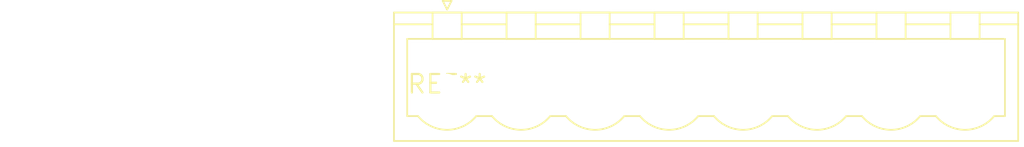
<source format=kicad_pcb>
(kicad_pcb (version 20240108) (generator pcbnew)
  (layers (0 "F.Cu" signal) (31 "B.Cu" signal) (34 "B.Paste" user) (35 "F.Paste" user) (36 "B.SilkS" user "B.Silkscreen") (37 "F.SilkS" user "F.Silkscreen") (38 "B.Mask" user) (39 "F.Mask" user) (44 "Edge.Cuts" user))
  (net 0 "")
  (footprint "PhoenixContact_MSTBVA_2,5_8-G-5,08_1x08_P5.08mm_Vertical" (layer "F.Cu") (at 0 0)
    (property "Reference" "REF**")
    (property "Value" "PhoenixContact_MSTBVA_2,5_8-G-5,08_1x08_P5.08mm_Vertical")
    (fp_line (start -3.65 -4.91) (end -3.65 3.91) (layer "F.SilkS") (stroke (width 0.12)))
    (fp_line (start -3.65 -4.1) (end -1.11 -4.1) (layer "F.SilkS") (stroke (width 0.12)))
    (fp_line (start -3.65 3.91) (end 39.21 3.91) (layer "F.SilkS") (stroke (width 0.12)))
    (fp_line (start -2.74 -3.1) (end 38.3 -3.1) (layer "F.SilkS") (stroke (width 0.12)))
    (fp_line (start -2.74 2.2) (end -2.74 -3.1) (layer "F.SilkS") (stroke (width 0.12)))
    (fp_line (start -2 2.2) (end -2.74 2.2) (layer "F.SilkS") (stroke (width 0.12)))
    (fp_line (start -1 -4.91) (end 1 -4.91) (layer "F.SilkS") (stroke (width 0.12)))
    (fp_line (start -1 -3.1) (end -1 -4.91) (layer "F.SilkS") (stroke (width 0.12)))
    (fp_line (start -0.3 -5.71) (end 0.3 -5.71) (layer "F.SilkS") (stroke (width 0.12)))
    (fp_line (start 0 -5.11) (end -0.3 -5.71) (layer "F.SilkS") (stroke (width 0.12)))
    (fp_line (start 0.3 -5.71) (end 0 -5.11) (layer "F.SilkS") (stroke (width 0.12)))
    (fp_line (start 1 -4.91) (end 1 -3.1) (layer "F.SilkS") (stroke (width 0.12)))
    (fp_line (start 1 -4.1) (end 4.08 -4.1) (layer "F.SilkS") (stroke (width 0.12)))
    (fp_line (start 1 -3.1) (end -1 -3.1) (layer "F.SilkS") (stroke (width 0.12)))
    (fp_line (start 2 2.2) (end 3.08 2.2) (layer "F.SilkS") (stroke (width 0.12)))
    (fp_line (start 4.08 -4.91) (end 6.08 -4.91) (layer "F.SilkS") (stroke (width 0.12)))
    (fp_line (start 4.08 -3.1) (end 4.08 -4.91) (layer "F.SilkS") (stroke (width 0.12)))
    (fp_line (start 6.08 -4.91) (end 6.08 -3.1) (layer "F.SilkS") (stroke (width 0.12)))
    (fp_line (start 6.08 -4.1) (end 9.16 -4.1) (layer "F.SilkS") (stroke (width 0.12)))
    (fp_line (start 6.08 -3.1) (end 4.08 -3.1) (layer "F.SilkS") (stroke (width 0.12)))
    (fp_line (start 7.08 2.2) (end 8.16 2.2) (layer "F.SilkS") (stroke (width 0.12)))
    (fp_line (start 9.16 -4.91) (end 11.16 -4.91) (layer "F.SilkS") (stroke (width 0.12)))
    (fp_line (start 9.16 -3.1) (end 9.16 -4.91) (layer "F.SilkS") (stroke (width 0.12)))
    (fp_line (start 11.16 -4.91) (end 11.16 -3.1) (layer "F.SilkS") (stroke (width 0.12)))
    (fp_line (start 11.16 -4.1) (end 14.24 -4.1) (layer "F.SilkS") (stroke (width 0.12)))
    (fp_line (start 11.16 -3.1) (end 9.16 -3.1) (layer "F.SilkS") (stroke (width 0.12)))
    (fp_line (start 12.16 2.2) (end 13.24 2.2) (layer "F.SilkS") (stroke (width 0.12)))
    (fp_line (start 14.24 -4.91) (end 16.24 -4.91) (layer "F.SilkS") (stroke (width 0.12)))
    (fp_line (start 14.24 -3.1) (end 14.24 -4.91) (layer "F.SilkS") (stroke (width 0.12)))
    (fp_line (start 16.24 -4.91) (end 16.24 -3.1) (layer "F.SilkS") (stroke (width 0.12)))
    (fp_line (start 16.24 -4.1) (end 19.32 -4.1) (layer "F.SilkS") (stroke (width 0.12)))
    (fp_line (start 16.24 -3.1) (end 14.24 -3.1) (layer "F.SilkS") (stroke (width 0.12)))
    (fp_line (start 17.24 2.2) (end 18.32 2.2) (layer "F.SilkS") (stroke (width 0.12)))
    (fp_line (start 19.32 -4.91) (end 21.32 -4.91) (layer "F.SilkS") (stroke (width 0.12)))
    (fp_line (start 19.32 -3.1) (end 19.32 -4.91) (layer "F.SilkS") (stroke (width 0.12)))
    (fp_line (start 21.32 -4.91) (end 21.32 -3.1) (layer "F.SilkS") (stroke (width 0.12)))
    (fp_line (start 21.32 -4.1) (end 24.4 -4.1) (layer "F.SilkS") (stroke (width 0.12)))
    (fp_line (start 21.32 -3.1) (end 19.32 -3.1) (layer "F.SilkS") (stroke (width 0.12)))
    (fp_line (start 22.32 2.2) (end 23.4 2.2) (layer "F.SilkS") (stroke (width 0.12)))
    (fp_line (start 24.4 -4.91) (end 26.4 -4.91) (layer "F.SilkS") (stroke (width 0.12)))
    (fp_line (start 24.4 -3.1) (end 24.4 -4.91) (layer "F.SilkS") (stroke (width 0.12)))
    (fp_line (start 26.4 -4.91) (end 26.4 -3.1) (layer "F.SilkS") (stroke (width 0.12)))
    (fp_line (start 26.4 -4.1) (end 29.48 -4.1) (layer "F.SilkS") (stroke (width 0.12)))
    (fp_line (start 26.4 -3.1) (end 24.4 -3.1) (layer "F.SilkS") (stroke (width 0.12)))
    (fp_line (start 27.4 2.2) (end 28.48 2.2) (layer "F.SilkS") (stroke (width 0.12)))
    (fp_line (start 29.48 -4.91) (end 31.48 -4.91) (layer "F.SilkS") (stroke (width 0.12)))
    (fp_line (start 29.48 -3.1) (end 29.48 -4.91) (layer "F.SilkS") (stroke (width 0.12)))
    (fp_line (start 31.48 -4.91) (end 31.48 -3.1) (layer "F.SilkS") (stroke (width 0.12)))
    (fp_line (start 31.48 -4.1) (end 34.56 -4.1) (layer "F.SilkS") (stroke (width 0.12)))
    (fp_line (start 31.48 -3.1) (end 29.48 -3.1) (layer "F.SilkS") (stroke (width 0.12)))
    (fp_line (start 32.48 2.2) (end 33.56 2.2) (layer "F.SilkS") (stroke (width 0.12)))
    (fp_line (start 34.56 -4.91) (end 36.56 -4.91) (layer "F.SilkS") (stroke (width 0.12)))
    (fp_line (start 34.56 -3.1) (end 34.56 -4.91) (layer "F.SilkS") (stroke (width 0.12)))
    (fp_line (start 36.56 -4.91) (end 36.56 -3.1) (layer "F.SilkS") (stroke (width 0.12)))
    (fp_line (start 36.56 -3.1) (end 34.56 -3.1) (layer "F.SilkS") (stroke (width 0.12)))
    (fp_line (start 38.3 -3.1) (end 38.3 2.2) (layer "F.SilkS") (stroke (width 0.12)))
    (fp_line (start 38.3 2.2) (end 37.56 2.2) (layer "F.SilkS") (stroke (width 0.12)))
    (fp_line (start 39.21 -4.91) (end -3.65 -4.91) (layer "F.SilkS") (stroke (width 0.12)))
    (fp_line (start 39.21 -4.1) (end 36.67 -4.1) (layer "F.SilkS") (stroke (width 0.12)))
    (fp_line (start 39.21 3.91) (end 39.21 -4.91) (layer "F.SilkS") (stroke (width 0.12)))
    (fp_arc (start 1.986842 2.215821) (mid -0.010289 3.142758) (end -2 2.2) (layer "F.SilkS") (stroke (width 0.12)))
    (fp_arc (start 7.066842 2.215821) (mid 5.069711 3.142758) (end 3.08 2.2) (layer "F.SilkS") (stroke (width 0.12)))
    (fp_arc (start 12.146842 2.215821) (mid 10.149711 3.142758) (end 8.16 2.2) (layer "F.SilkS") (stroke (width 0.12)))
    (fp_arc (start 17.226842 2.215821) (mid 15.229711 3.142758) (end 13.24 2.2) (layer "F.SilkS") (stroke (width 0.12)))
    (fp_arc (start 22.306842 2.215821) (mid 20.309711 3.142758) (end 18.32 2.2) (layer "F.SilkS") (stroke (width 0.12)))
    (fp_arc (start 27.386842 2.215821) (mid 25.389711 3.142758) (end 23.4 2.2) (layer "F.SilkS") (stroke (width 0.12)))
    (fp_arc (start 32.466842 2.215821) (mid 30.469711 3.142758) (end 28.48 2.2) (layer "F.SilkS") (stroke (width 0.12)))
    (fp_arc (start 37.546842 2.215821) (mid 35.549711 3.142758) (end 33.56 2.2) (layer "F.SilkS") (stroke (width 0.12)))
    (pad "1" thru_hole roundrect (at 0 0) (size 2.08 3.6) (drill 1.4) (layers *.Cu *.Mask) (remove_unused_layers) (roundrect_rratio 0.120192))
    (pad "2" thru_hole oval (at 5.08 0) (size 2.08 3.6) (drill 1.4) (layers *.Cu *.Mask) (remove_unused_layers))
    (pad "3" thru_hole oval (at 10.16 0) (size 2.08 3.6) (drill 1.4) (layers *.Cu *.Mask) (remove_unused_layers))
    (pad "4" thru_hole oval (at 15.24 0) (size 2.08 3.6) (drill 1.4) (layers *.Cu *.Mask) (remove_unused_layers))
    (pad "5" thru_hole oval (at 20.32 0) (size 2.08 3.6) (drill 1.4) (layers *.Cu *.Mask) (remove_unused_layers))
    (pad "6" thru_hole oval (at 25.4 0) (size 2.08 3.6) (drill 1.4) (layers *.Cu *.Mask) (remove_unused_layers))
    (pad "7" thru_hole oval (at 30.48 0) (size 2.08 3.6) (drill 1.4) (layers *.Cu *.Mask) (remove_unused_layers))
    (pad "8" thru_hole oval (at 35.56 0) (size 2.08 3.6) (drill 1.4) (layers *.Cu *.Mask) (remove_unused_layers))
  )
)
</source>
